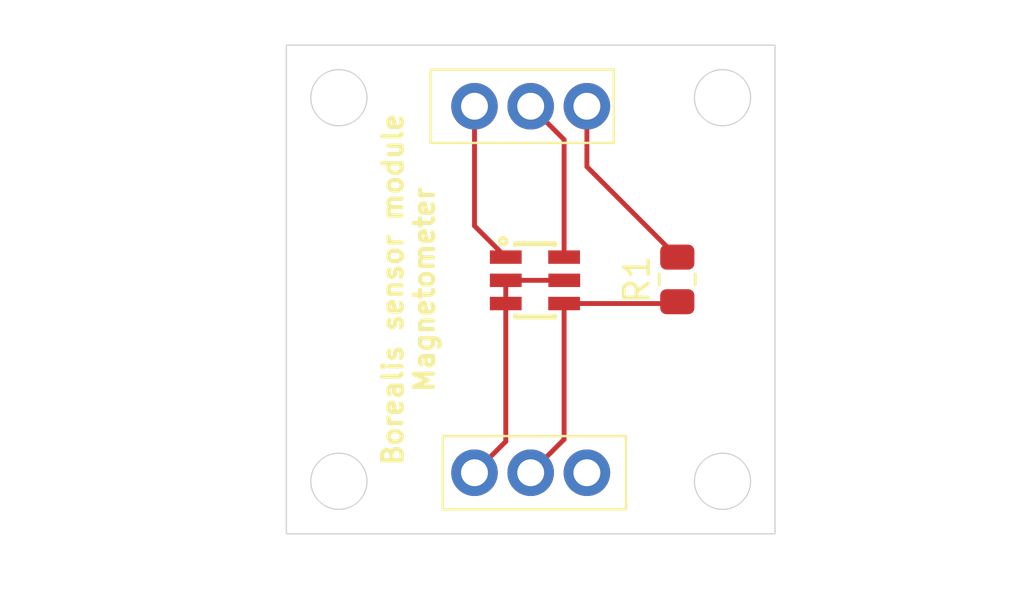
<source format=kicad_pcb>
(kicad_pcb (version 20241229) (generator "pcbnew") (generator_version "9.0")
  (layers (0 "F.Cu" signal) (2 "B.Cu" signal) (13 "F.Paste" user) (15 "B.Paste" user) (5 "F.SilkS" user "F.Silkscreen") (7 "B.SilkS" user "B.Silkscreen") (1 "F.Mask" user) (3 "B.Mask" user) (25 "Edge.Cuts" user))
  (net 0 "")
  (net 1 "GND")
  (net 2 "/SCL")
  (net 3 "/SDA")
  (net 4 "+3.3V")
  (net 5 "/ADC")
  (net 6 "+5V")
  (footprint "Resistor_SMD:R_0805_2012Metric" (layer "F.Cu") (at 99 118.0875 90)
    (property "Reference" "R1" (at 0 -1.65 90) (layer "F.SilkS"))
    (property "Value" "R")
    (fp_line (start -0.227064 -0.735) (end 0.227064 -0.735) (stroke (width 0.12)) (layer "F.SilkS"))
    (fp_line (start -0.227064 0.735) (end 0.227064 0.735) (stroke (width 0.12)) (layer "F.SilkS"))
    (pad "1" smd roundrect (at -0.9125 0 90) (size 1.025 1.4) (layers "F.Cu" "F.Mask" "F.Paste") (roundrect_rratio 0.243902) (net 4 "+3.3V"))
    (pad "2" smd roundrect (at 0.9125 0 90) (size 1.025 1.4) (layers "F.Cu" "F.Mask" "F.Paste") (roundrect_rratio 0.243902) (net 5 "/ADC"))
  )
  (footprint "batteryholder:1x03 2.3 pitch" (layer "F.Cu") (at 90.4 111)
    (property "Reference" "J2" (hide yes))
    (property "Value" "Conn_01x03_Pin (data connection to main board)")
    (fp_rect (start -1.5 -1.5) (end 6 1.5) (stroke (width 0.1)) (fill no) (layer "F.SilkS"))
    (pad "1" thru_hole circle (at 0.3 0) (size 1.905 1.905) (drill 1.1) (layers "*.Cu" "*.Mask") (net 2 "/SCL"))
    (pad "2" thru_hole circle (at 2.6 0) (size 1.905 1.905) (drill 1.1) (layers "*.Cu" "*.Mask") (net 3 "/SDA"))
    (pad "3" thru_hole circle (at 4.9 0) (size 1.905 1.905) (drill 1.1) (layers "*.Cu" "*.Mask") (net 5 "/ADC"))
  )
  (footprint "batteryholder:1x03 2.3 pitch" (layer "F.Cu") (at 90.9 126)
    (property "Reference" "J5" (hide yes))
    (property "Value" "Conn_01x03_Pin (power connection to main board)")
    (fp_rect (start -1.5 -1.5) (end 6 1.5) (stroke (width 0.1)) (fill no) (layer "F.SilkS"))
    (pad "1" thru_hole circle (at -0.2 0) (size 1.905 1.905) (drill 1.1) (layers "*.Cu" "*.Mask") (net 1 "GND"))
    (pad "2" thru_hole circle (at 2.1 0) (size 1.905 1.905) (drill 1.1) (layers "*.Cu" "*.Mask") (net 4 "+3.3V"))
    (pad "3" thru_hole circle (at 4.4 0) (size 1.905 1.905) (drill 1.1) (layers "*.Cu" "*.Mask") (net 6 "+5V"))
  )
  (footprint "batteryholder:TLV493D" (layer "F.Cu") (at 93.1768 118.125 180)
    (property "Reference" "TLV493D1" (hide yes))
    (property "Value" "~")
    (fp_line (start 0.8031 1.5) (end -0.7969 1.5) (stroke (width 0.2)) (layer "F.SilkS"))
    (fp_line (start 0.8031 1.4503) (end 0.8031 1.5) (stroke (width 0.2)) (layer "F.SilkS"))
    (fp_line (start 0.8031 -1.5) (end 0.8031 -1.4503) (stroke (width 0.2)) (layer "F.SilkS"))
    (fp_line (start -0.7969 1.5) (end -0.7969 1.4503) (stroke (width 0.2)) (layer "F.SilkS"))
    (fp_line (start -0.7969 -1.4503) (end -0.7969 -1.5) (stroke (width 0.2)) (layer "F.SilkS"))
    (fp_line (start -0.7969 -1.5) (end 0.8031 -1.5) (stroke (width 0.2)) (layer "F.SilkS"))
    (fp_circle (center 1.3031 1.5999) (end 1.4446 1.5999) (stroke (width 0.15)) (fill no) (layer "F.SilkS"))
    (pad "1" smd rect (at 1.1969 0.95) (size 1.3 0.55) (layers "F.Cu" "F.Mask" "F.Paste") (net 2 "/SCL"))
    (pad "2" smd rect (at 1.1969 0) (size 1.3 0.55) (layers "F.Cu" "F.Mask" "F.Paste") (net 1 "GND"))
    (pad "3" smd rect (at 1.1969 -0.95) (size 1.3 0.55) (layers "F.Cu" "F.Mask" "F.Paste") (net 1 "GND"))
    (pad "4" smd rect (at -1.1907 -0.95) (size 1.3 0.55) (layers "F.Cu" "F.Mask" "F.Paste") (net 4 "+3.3V"))
    (pad "5" smd rect (at -1.1968 0) (size 1.3 0.55) (layers "F.Cu" "F.Mask" "F.Paste") (net 1 "GND"))
    (pad "6" smd rect (at -1.1907 0.95) (size 1.3 0.55) (layers "F.Cu" "F.Mask" "F.Paste") (net 3 "/SDA"))
  )
  (gr_circle (center 100.85 110.65) (end 102 110.65) (stroke (width 0.05)) (fill no) (layer "Edge.Cuts"))
  (gr_rect (start 83 108.5) (end 103 128.5) (stroke (width 0.05)) (fill no) (layer "Edge.Cuts"))
  (gr_circle (center 100.85 126.35) (end 102 126.35) (stroke (width 0.05)) (fill no) (layer "Edge.Cuts"))
  (gr_circle (center 85.15 110.65) (end 86.3 110.65) (stroke (width 0.05)) (fill no) (layer "Edge.Cuts"))
  (gr_circle (center 85.15 126.35) (end 86.3 126.35) (stroke (width 0.05)) (fill no) (layer "Edge.Cuts"))
  (gr_text "Borealis sensor module\nMagnetometer" (at 88 118.5 90) (layer "F.SilkS") (effects (font (size 0.8 0.8) (thickness 0.175) (bold yes))))
  (segment (start 94.3736 118.125) (end 91.9799 118.125) (width 0.2) (layer "F.Cu") (net 1))
  (segment (start 91.9799 118.125) (end 91.9799 119.075) (width 0.2) (layer "F.Cu") (net 1))
  (segment (start 91.9799 124.7201) (end 90.7 126) (width 0.2) (layer "F.Cu") (net 1))
  (segment (start 91.9799 119.075) (end 91.9799 124.7201) (width 0.2) (layer "F.Cu") (net 1))
  (segment (start 90.7 115.8951) (end 91.9799 117.175) (width 0.2) (layer "F.Cu") (net 2))
  (segment (start 90.7 111) (end 90.7 115.8951) (width 0.2) (layer "F.Cu") (net 2))
  (segment (start 94.3675 117.175) (end 94.3675 112.3675) (width 0.2) (layer "F.Cu") (net 3))
  (segment (start 94.3675 112.3675) (end 93 111) (width 0.2) (layer "F.Cu") (net 3))
  (segment (start 94.3675 119.075) (end 98.925 119.075) (width 0.2) (layer "F.Cu") (net 4))
  (segment (start 98.925 119.075) (end 99 119) (width 0.2) (layer "F.Cu") (net 4))
  (segment (start 94.3675 119.075) (end 94.3675 124.6325) (width 0.2) (layer "F.Cu") (net 4))
  (segment (start 94.3675 124.6325) (end 93 126) (width 0.2) (layer "F.Cu") (net 4))
  (segment (start 95.3 113.475) (end 99 117.175) (width 0.2) (layer "F.Cu") (net 5))
  (segment (start 95.3 111) (end 95.3 113.475) (width 0.2) (layer "F.Cu") (net 5))
)
</source>
